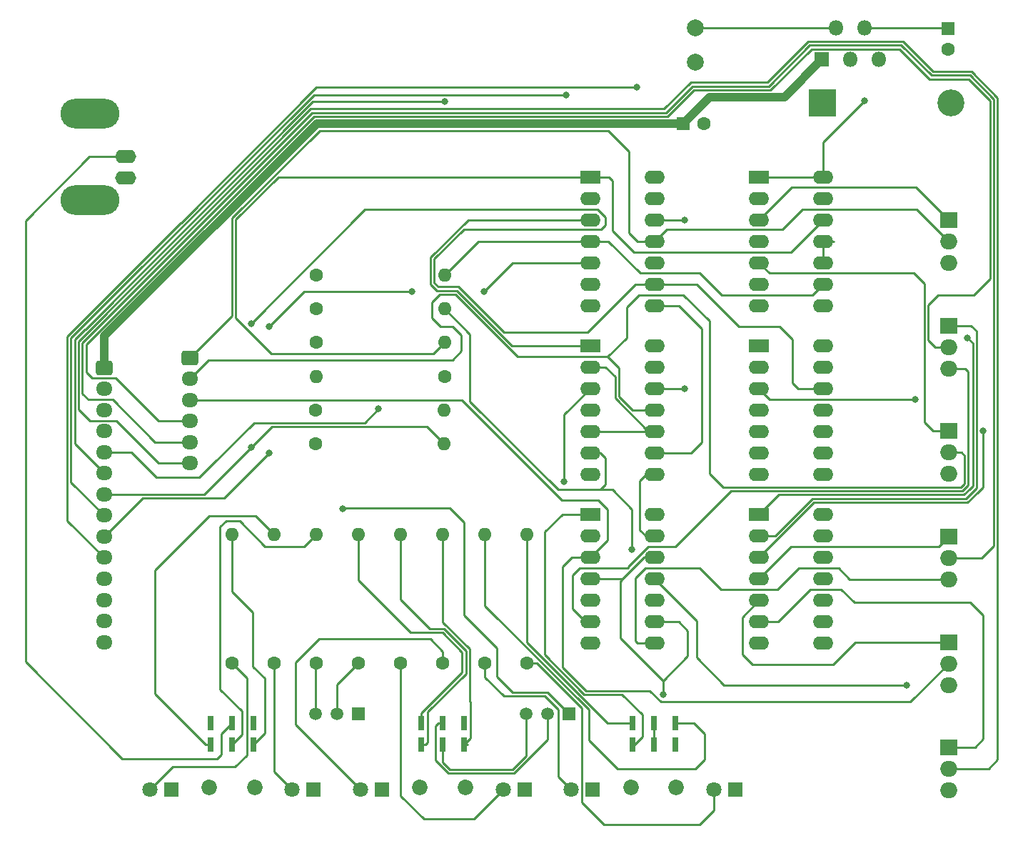
<source format=gbr>
%TF.GenerationSoftware,KiCad,Pcbnew,(6.0.4)*%
%TF.CreationDate,2023-06-02T21:12:55+02:00*%
%TF.ProjectId,Chrolis-LCR,4368726f-6c69-4732-9d4c-43522e6b6963,rev?*%
%TF.SameCoordinates,Original*%
%TF.FileFunction,Copper,L1,Top*%
%TF.FilePolarity,Positive*%
%FSLAX46Y46*%
G04 Gerber Fmt 4.6, Leading zero omitted, Abs format (unit mm)*
G04 Created by KiCad (PCBNEW (6.0.4)) date 2023-06-02 21:12:55*
%MOMM*%
%LPD*%
G01*
G04 APERTURE LIST*
G04 Aperture macros list*
%AMRoundRect*
0 Rectangle with rounded corners*
0 $1 Rounding radius*
0 $2 $3 $4 $5 $6 $7 $8 $9 X,Y pos of 4 corners*
0 Add a 4 corners polygon primitive as box body*
4,1,4,$2,$3,$4,$5,$6,$7,$8,$9,$2,$3,0*
0 Add four circle primitives for the rounded corners*
1,1,$1+$1,$2,$3*
1,1,$1+$1,$4,$5*
1,1,$1+$1,$6,$7*
1,1,$1+$1,$8,$9*
0 Add four rect primitives between the rounded corners*
20,1,$1+$1,$2,$3,$4,$5,0*
20,1,$1+$1,$4,$5,$6,$7,0*
20,1,$1+$1,$6,$7,$8,$9,0*
20,1,$1+$1,$8,$9,$2,$3,0*%
G04 Aperture macros list end*
%TA.AperFunction,ComponentPad*%
%ADD10R,3.200000X3.200000*%
%TD*%
%TA.AperFunction,ComponentPad*%
%ADD11O,3.200000X3.200000*%
%TD*%
%TA.AperFunction,ComponentPad*%
%ADD12R,2.000000X1.905000*%
%TD*%
%TA.AperFunction,ComponentPad*%
%ADD13O,2.000000X1.905000*%
%TD*%
%TA.AperFunction,ComponentPad*%
%ADD14R,2.400000X1.600000*%
%TD*%
%TA.AperFunction,ComponentPad*%
%ADD15O,2.400000X1.600000*%
%TD*%
%TA.AperFunction,ComponentPad*%
%ADD16C,1.600000*%
%TD*%
%TA.AperFunction,ComponentPad*%
%ADD17O,1.600000X1.600000*%
%TD*%
%TA.AperFunction,ComponentPad*%
%ADD18R,1.800000X1.800000*%
%TD*%
%TA.AperFunction,ComponentPad*%
%ADD19C,1.800000*%
%TD*%
%TA.AperFunction,ComponentPad*%
%ADD20R,1.600000X1.600000*%
%TD*%
%TA.AperFunction,ComponentPad*%
%ADD21R,1.500000X1.500000*%
%TD*%
%TA.AperFunction,ComponentPad*%
%ADD22C,1.500000*%
%TD*%
%TA.AperFunction,ComponentPad*%
%ADD23C,1.850000*%
%TD*%
%TA.AperFunction,ComponentPad*%
%ADD24R,0.750000X1.750000*%
%TD*%
%TA.AperFunction,ComponentPad*%
%ADD25RoundRect,0.250000X-0.725000X0.600000X-0.725000X-0.600000X0.725000X-0.600000X0.725000X0.600000X0*%
%TD*%
%TA.AperFunction,ComponentPad*%
%ADD26O,1.950000X1.700000*%
%TD*%
%TA.AperFunction,ComponentPad*%
%ADD27O,2.499360X1.600200*%
%TD*%
%TA.AperFunction,ComponentPad*%
%ADD28O,7.000240X3.500120*%
%TD*%
%TA.AperFunction,ComponentPad*%
%ADD29O,1.800000X1.800000*%
%TD*%
%TA.AperFunction,ComponentPad*%
%ADD30C,2.000000*%
%TD*%
%TA.AperFunction,ViaPad*%
%ADD31C,0.800000*%
%TD*%
%TA.AperFunction,Conductor*%
%ADD32C,0.250000*%
%TD*%
%TA.AperFunction,Conductor*%
%ADD33C,1.000000*%
%TD*%
G04 APERTURE END LIST*
D10*
%TO.P,D7,1,K*%
%TO.N,Net-(D7-Pad1)*%
X139800000Y-53950000D03*
D11*
%TO.P,D7,2,A*%
%TO.N,GNDREF*%
X155040000Y-53950000D03*
%TD*%
D12*
%TO.P,Q7,1,G*%
%TO.N,Net-(Q7-Pad1)*%
X154800000Y-130350000D03*
D13*
%TO.P,Q7,2,D*%
%TO.N,LED6 Input*%
X154800000Y-132890000D03*
%TO.P,Q7,3,S*%
%TO.N,6LED{slash}LED3 Input*%
X154800000Y-135430000D03*
%TD*%
D12*
%TO.P,Q6,1,G*%
%TO.N,Latch LED3*%
X154800000Y-117850000D03*
D13*
%TO.P,Q6,2,D*%
%TO.N,LED3 Input*%
X154800000Y-120390000D03*
%TO.P,Q6,3,S*%
%TO.N,6LED{slash}LED3 Input*%
X154800000Y-122930000D03*
%TD*%
D12*
%TO.P,Q5,1,G*%
%TO.N,Net-(Q5-Pad1)*%
X154800000Y-105350000D03*
D13*
%TO.P,Q5,2,D*%
%TO.N,LED5 Input*%
X154800000Y-107890000D03*
%TO.P,Q5,3,S*%
%TO.N,6LED{slash}LED2 Input*%
X154800000Y-110430000D03*
%TD*%
D12*
%TO.P,Q4,1,G*%
%TO.N,Latch LED2*%
X154800000Y-92850000D03*
D13*
%TO.P,Q4,2,D*%
%TO.N,LED2 Input*%
X154800000Y-95390000D03*
%TO.P,Q4,3,S*%
%TO.N,6LED{slash}LED2 Input*%
X154800000Y-97930000D03*
%TD*%
D12*
%TO.P,Q3,1,G*%
%TO.N,Net-(Q3-Pad1)*%
X154800000Y-80350000D03*
D13*
%TO.P,Q3,2,D*%
%TO.N,LED4 Input*%
X154800000Y-82890000D03*
%TO.P,Q3,3,S*%
%TO.N,6LED{slash}LED1 Input*%
X154800000Y-85430000D03*
%TD*%
D12*
%TO.P,Q2,1,G*%
%TO.N,Latch LED1*%
X154800000Y-67850000D03*
D13*
%TO.P,Q2,2,D*%
%TO.N,LED1 Input*%
X154800000Y-70390000D03*
%TO.P,Q2,3,S*%
%TO.N,6LED{slash}LED1 Input*%
X154800000Y-72930000D03*
%TD*%
D14*
%TO.P,U6,1,J*%
%TO.N,5V*%
X132300000Y-82730000D03*
D15*
%TO.P,U6,2,~{Q}*%
%TO.N,unconnected-(U6-Pad2)*%
X132300000Y-85270000D03*
%TO.P,U6,3,Q*%
%TO.N,Latch LED3*%
X132300000Y-87810000D03*
%TO.P,U6,4,K*%
%TO.N,5V*%
X132300000Y-90350000D03*
%TO.P,U6,5,Q*%
%TO.N,unconnected-(U6-Pad5)*%
X132300000Y-92890000D03*
%TO.P,U6,6,~{Q}*%
%TO.N,unconnected-(U6-Pad6)*%
X132300000Y-95430000D03*
%TO.P,U6,7,GND*%
%TO.N,GNDREF*%
X132300000Y-97970000D03*
%TO.P,U6,8,J*%
%TO.N,unconnected-(U6-Pad8)*%
X139920000Y-97970000D03*
%TO.P,U6,9,C*%
%TO.N,unconnected-(U6-Pad9)*%
X139920000Y-95430000D03*
%TO.P,U6,10,~{R}*%
%TO.N,unconnected-(U6-Pad10)*%
X139920000Y-92890000D03*
%TO.P,U6,11,K*%
%TO.N,unconnected-(U6-Pad11)*%
X139920000Y-90350000D03*
%TO.P,U6,12,C*%
%TO.N,LED3 enable*%
X139920000Y-87810000D03*
%TO.P,U6,13,~{R}*%
%TO.N,5V*%
X139920000Y-85270000D03*
%TO.P,U6,14,VCC*%
X139920000Y-82730000D03*
%TD*%
D14*
%TO.P,U5,1,J*%
%TO.N,5V*%
X132300000Y-62730000D03*
D15*
%TO.P,U5,2,~{Q}*%
%TO.N,unconnected-(U5-Pad2)*%
X132300000Y-65270000D03*
%TO.P,U5,3,Q*%
%TO.N,Latch LED1*%
X132300000Y-67810000D03*
%TO.P,U5,4,K*%
%TO.N,5V*%
X132300000Y-70350000D03*
%TO.P,U5,5,Q*%
%TO.N,Latch LED2*%
X132300000Y-72890000D03*
%TO.P,U5,6,~{Q}*%
%TO.N,unconnected-(U5-Pad6)*%
X132300000Y-75430000D03*
%TO.P,U5,7,GND*%
%TO.N,GNDREF*%
X132300000Y-77970000D03*
%TO.P,U5,8,J*%
%TO.N,5V*%
X139920000Y-77970000D03*
%TO.P,U5,9,C*%
%TO.N,LED2 enable*%
X139920000Y-75430000D03*
%TO.P,U5,10,~{R}*%
%TO.N,5V*%
X139920000Y-72890000D03*
%TO.P,U5,11,K*%
X139920000Y-70350000D03*
%TO.P,U5,12,C*%
%TO.N,LED1 enable*%
X139920000Y-67810000D03*
%TO.P,U5,13,~{R}*%
%TO.N,5V*%
X139920000Y-65270000D03*
%TO.P,U5,14,VCC*%
X139920000Y-62730000D03*
%TD*%
D16*
%TO.P,R13,1*%
%TO.N,5V*%
X79780000Y-78350000D03*
D17*
%TO.P,R13,2*%
%TO.N,Net-(U2-Pad6)*%
X95020000Y-78350000D03*
%TD*%
D16*
%TO.P,R4,1*%
%TO.N,Net-(Q1-Pad2)*%
X84800000Y-120350000D03*
D17*
%TO.P,R4,2*%
%TO.N,Net-(R4-Pad2)*%
X84800000Y-105110000D03*
%TD*%
D14*
%TO.P,U3,1*%
%TO.N,3LED switch*%
X112300000Y-102730000D03*
D15*
%TO.P,U3,2*%
%TO.N,LED3 blanked*%
X112300000Y-105270000D03*
%TO.P,U3,3*%
%TO.N,LED3 Input*%
X112300000Y-107810000D03*
%TO.P,U3,4*%
%TO.N,6LED switch*%
X112300000Y-110350000D03*
%TO.P,U3,5*%
%TO.N,LED1 blanked*%
X112300000Y-112890000D03*
%TO.P,U3,6*%
%TO.N,6LED{slash}LED1 Input*%
X112300000Y-115430000D03*
%TO.P,U3,7,GND*%
%TO.N,GNDREF*%
X112300000Y-117970000D03*
%TO.P,U3,8*%
%TO.N,6LED{slash}LED2 Input*%
X119920000Y-117970000D03*
%TO.P,U3,9*%
%TO.N,6LED switch*%
X119920000Y-115430000D03*
%TO.P,U3,10*%
%TO.N,LED2 blanked*%
X119920000Y-112890000D03*
%TO.P,U3,11*%
%TO.N,6LED{slash}LED3 Input*%
X119920000Y-110350000D03*
%TO.P,U3,12*%
%TO.N,6LED switch*%
X119920000Y-107810000D03*
%TO.P,U3,13*%
%TO.N,LED3 blanked*%
X119920000Y-105270000D03*
%TO.P,U3,14,VCC*%
%TO.N,5V*%
X119920000Y-102730000D03*
%TD*%
D18*
%TO.P,D6,1,K*%
%TO.N,GNDREF*%
X129475000Y-135350000D03*
D19*
%TO.P,D6,2,A*%
%TO.N,Net-(D6-Pad2)*%
X126935000Y-135350000D03*
%TD*%
D16*
%TO.P,R3,1*%
%TO.N,Blanking*%
X79800000Y-120350000D03*
D17*
%TO.P,R3,2*%
%TO.N,5V*%
X79800000Y-105110000D03*
%TD*%
D16*
%TO.P,R10,1*%
%TO.N,Net-(U1-Pad6)*%
X95000000Y-86350000D03*
D17*
%TO.P,R10,2*%
%TO.N,5V*%
X79760000Y-86350000D03*
%TD*%
D14*
%TO.P,U2,1*%
%TO.N,Net-(U1-Pad3)*%
X112300000Y-82730000D03*
D15*
%TO.P,U2,2*%
%TO.N,Blanking*%
X112300000Y-85270000D03*
%TO.P,U2,3*%
%TO.N,LED1 blanked*%
X112300000Y-87810000D03*
%TO.P,U2,4*%
%TO.N,Net-(U1-Pad6)*%
X112300000Y-90350000D03*
%TO.P,U2,5*%
%TO.N,Blanking*%
X112300000Y-92890000D03*
%TO.P,U2,6*%
%TO.N,LED2 blanked*%
X112300000Y-95430000D03*
%TO.P,U2,7,GND*%
%TO.N,GNDREF*%
X112300000Y-97970000D03*
%TO.P,U2,8*%
%TO.N,LED3 blanked*%
X119920000Y-97970000D03*
%TO.P,U2,9*%
%TO.N,Net-(U1-Pad8)*%
X119920000Y-95430000D03*
%TO.P,U2,10*%
%TO.N,Blanking*%
X119920000Y-92890000D03*
%TO.P,U2,11*%
%TO.N,LED2 Input*%
X119920000Y-90350000D03*
%TO.P,U2,12*%
%TO.N,3LED switch*%
X119920000Y-87810000D03*
%TO.P,U2,13*%
%TO.N,LED2 blanked*%
X119920000Y-85270000D03*
%TO.P,U2,14,VCC*%
%TO.N,5V*%
X119920000Y-82730000D03*
%TD*%
D20*
%TO.P,C2,1*%
%TO.N,12V*%
X123300000Y-56400000D03*
D16*
%TO.P,C2,2*%
%TO.N,GNDREF*%
X125800000Y-56400000D03*
%TD*%
D18*
%TO.P,D1,1,K*%
%TO.N,GNDREF*%
X62600000Y-135350000D03*
D19*
%TO.P,D1,2,A*%
%TO.N,Net-(D1-Pad2)*%
X60060000Y-135350000D03*
%TD*%
D16*
%TO.P,R9,1*%
%TO.N,5V*%
X79780000Y-82350000D03*
D17*
%TO.P,R9,2*%
%TO.N,LED1 enable*%
X95020000Y-82350000D03*
%TD*%
D16*
%TO.P,R1,1*%
%TO.N,Net-(D1-Pad2)*%
X69800000Y-120350000D03*
D17*
%TO.P,R1,2*%
%TO.N,Net-(R1-Pad2)*%
X69800000Y-105110000D03*
%TD*%
D21*
%TO.P,Q0,1,E*%
%TO.N,5V*%
X109800000Y-126350000D03*
D22*
%TO.P,Q0,2,B*%
%TO.N,Net-(Q0-Pad2)*%
X107260000Y-126350000D03*
%TO.P,Q0,3,C*%
%TO.N,Net-(Q0-Pad3)*%
X104720000Y-126350000D03*
%TD*%
D16*
%TO.P,R8,1*%
%TO.N,Net-(D6-Pad2)*%
X104800000Y-120350000D03*
D17*
%TO.P,R8,2*%
%TO.N,Net-(R8-Pad2)*%
X104800000Y-105110000D03*
%TD*%
D16*
%TO.P,R5,1*%
%TO.N,Net-(D3-Pad2)*%
X89800000Y-120350000D03*
D17*
%TO.P,R5,2*%
%TO.N,Net-(R5-Pad2)*%
X89800000Y-105110000D03*
%TD*%
D23*
%TO.P,SW1,*%
%TO.N,*%
X67100000Y-135050000D03*
X72500000Y-135050000D03*
D24*
%TO.P,SW1,1,A*%
%TO.N,unconnected-(SW1-Pad1)*%
X67260000Y-127430000D03*
%TO.P,SW1,2,B*%
%TO.N,Net-(J1-Pad1)*%
X69800000Y-127430000D03*
%TO.P,SW1,3,C*%
%TO.N,Net-(Q0-Pad2)*%
X72340000Y-127430000D03*
%TO.P,SW1,4,A*%
%TO.N,Net-(R2-Pad2)*%
X67260000Y-129970000D03*
%TO.P,SW1,5,B*%
%TO.N,5V*%
X69800000Y-129970000D03*
%TO.P,SW1,6,C*%
%TO.N,Net-(R1-Pad2)*%
X72340000Y-129970000D03*
%TD*%
D16*
%TO.P,R12,1*%
%TO.N,5V*%
X79780000Y-74350000D03*
D17*
%TO.P,R12,2*%
%TO.N,LED2 enable*%
X95020000Y-74350000D03*
%TD*%
D20*
%TO.P,C1,1*%
%TO.N,5V*%
X154750000Y-45117621D03*
D16*
%TO.P,C1,2*%
%TO.N,GNDREF*%
X154750000Y-47617621D03*
%TD*%
%TO.P,R15,1*%
%TO.N,5V*%
X79730000Y-94350000D03*
D17*
%TO.P,R15,2*%
%TO.N,LED3 enable*%
X94970000Y-94350000D03*
%TD*%
D18*
%TO.P,D3,1,K*%
%TO.N,GNDREF*%
X104475000Y-135350000D03*
D19*
%TO.P,D3,2,A*%
%TO.N,Net-(D3-Pad2)*%
X101935000Y-135350000D03*
%TD*%
D18*
%TO.P,D5,1,K*%
%TO.N,GNDREF*%
X112600000Y-135350000D03*
D19*
%TO.P,D5,2,A*%
%TO.N,Net-(D5-Pad2)*%
X110060000Y-135350000D03*
%TD*%
D25*
%TO.P,J2,1,Pin_1*%
%TO.N,12V*%
X54650000Y-85350000D03*
D26*
%TO.P,J2,2,Pin_2*%
%TO.N,unconnected-(J2-Pad2)*%
X54650000Y-87850000D03*
%TO.P,J2,3,Pin_3*%
%TO.N,unconnected-(J2-Pad3)*%
X54650000Y-90350000D03*
%TO.P,J2,4,Pin_4*%
%TO.N,unconnected-(J2-Pad4)*%
X54650000Y-92850000D03*
%TO.P,J2,5,Pin_5*%
%TO.N,LED1 enable*%
X54650000Y-95350000D03*
%TO.P,J2,6,Pin_6*%
%TO.N,LED2 enable*%
X54650000Y-97850000D03*
%TO.P,J2,7,Pin_7*%
%TO.N,LED3 enable*%
X54650000Y-100350000D03*
%TO.P,J2,8,Pin_8*%
%TO.N,LED1 PWM*%
X54650000Y-102850000D03*
%TO.P,J2,9,Pin_9*%
%TO.N,LED2 PWM*%
X54650000Y-105350000D03*
%TO.P,J2,10,Pin_10*%
%TO.N,LED3 PWM*%
X54650000Y-107850000D03*
%TO.P,J2,11,Pin_11*%
%TO.N,unconnected-(J2-Pad11)*%
X54650000Y-110350000D03*
%TO.P,J2,12,Pin_12*%
%TO.N,GNDREF*%
X54650000Y-112850000D03*
%TO.P,J2,13,Pin_13*%
X54650000Y-115350000D03*
%TO.P,J2,14,Pin_14*%
X54650000Y-117850000D03*
%TD*%
D23*
%TO.P,SW3,*%
%TO.N,*%
X122500000Y-135050000D03*
X117100000Y-135050000D03*
D24*
%TO.P,SW3,1,A*%
%TO.N,Net-(R8-Pad2)*%
X117260000Y-127430000D03*
%TO.P,SW3,2,B*%
%TO.N,5V*%
X119800000Y-127430000D03*
%TO.P,SW3,3,C*%
%TO.N,Net-(R7-Pad2)*%
X122340000Y-127430000D03*
%TO.P,SW3,4,A*%
%TO.N,3LED switch*%
X117260000Y-129970000D03*
%TO.P,SW3,5,B*%
%TO.N,5V*%
X119800000Y-129970000D03*
%TO.P,SW3,6,C*%
%TO.N,6LED switch*%
X122340000Y-129970000D03*
%TD*%
D14*
%TO.P,U1,1*%
%TO.N,LED1 enable*%
X112300000Y-62730000D03*
D15*
%TO.P,U1,2*%
%TO.N,LED1 PWM*%
X112300000Y-65270000D03*
%TO.P,U1,3*%
%TO.N,Net-(U1-Pad3)*%
X112300000Y-67810000D03*
%TO.P,U1,4*%
%TO.N,LED2 enable*%
X112300000Y-70350000D03*
%TO.P,U1,5*%
%TO.N,LED2 PWM*%
X112300000Y-72890000D03*
%TO.P,U1,6*%
%TO.N,Net-(U1-Pad6)*%
X112300000Y-75430000D03*
%TO.P,U1,7,GND*%
%TO.N,GNDREF*%
X112300000Y-77970000D03*
%TO.P,U1,8*%
%TO.N,Net-(U1-Pad8)*%
X119920000Y-77970000D03*
%TO.P,U1,9*%
%TO.N,LED3 enable*%
X119920000Y-75430000D03*
%TO.P,U1,10*%
%TO.N,LED3 PWM*%
X119920000Y-72890000D03*
%TO.P,U1,11*%
%TO.N,LED1 Input*%
X119920000Y-70350000D03*
%TO.P,U1,12*%
%TO.N,3LED switch*%
X119920000Y-67810000D03*
%TO.P,U1,13*%
%TO.N,LED1 blanked*%
X119920000Y-65270000D03*
%TO.P,U1,14,VCC*%
%TO.N,5V*%
X119920000Y-62730000D03*
%TD*%
D25*
%TO.P,J3,1,Pin_1*%
%TO.N,LED1 Input*%
X64800000Y-84150000D03*
D26*
%TO.P,J3,2,Pin_2*%
%TO.N,LED2 Input*%
X64800000Y-86650000D03*
%TO.P,J3,3,Pin_3*%
%TO.N,LED3 Input*%
X64800000Y-89150000D03*
%TO.P,J3,4,Pin_4*%
%TO.N,LED4 Input*%
X64800000Y-91650000D03*
%TO.P,J3,5,Pin_5*%
%TO.N,LED5 Input*%
X64800000Y-94150000D03*
%TO.P,J3,6,Pin_6*%
%TO.N,LED6 Input*%
X64800000Y-96650000D03*
%TD*%
D21*
%TO.P,Q1,1,E*%
%TO.N,GNDREF*%
X84800000Y-126350000D03*
D22*
%TO.P,Q1,2,B*%
%TO.N,Net-(Q1-Pad2)*%
X82260000Y-126350000D03*
%TO.P,Q1,3,C*%
%TO.N,Blanking*%
X79720000Y-126350000D03*
%TD*%
D16*
%TO.P,R16,1*%
%TO.N,5V*%
X79750000Y-90350000D03*
D17*
%TO.P,R16,2*%
%TO.N,Net-(U3-Pad6)*%
X94990000Y-90350000D03*
%TD*%
D27*
%TO.P,J1,1,In*%
%TO.N,Net-(J1-Pad1)*%
X57201260Y-60350000D03*
D28*
%TO.P,J1,2,Ext*%
%TO.N,GNDREF*%
X52936600Y-55249680D03*
D27*
X57201260Y-62849360D03*
D28*
X52936600Y-65447780D03*
%TD*%
D18*
%TO.P,U0,1,VIN*%
%TO.N,12V*%
X139750000Y-48800000D03*
D29*
%TO.P,U0,2,OUT*%
%TO.N,Net-(D7-Pad1)*%
X141450000Y-45100000D03*
%TO.P,U0,3,GND*%
%TO.N,GNDREF*%
X143150000Y-48800000D03*
%TO.P,U0,4,FB*%
%TO.N,5V*%
X144850000Y-45100000D03*
%TO.P,U0,5,~{ON}/OFF*%
%TO.N,GNDREF*%
X146550000Y-48800000D03*
%TD*%
D16*
%TO.P,R7,1*%
%TO.N,Net-(D5-Pad2)*%
X99800000Y-120350000D03*
D17*
%TO.P,R7,2*%
%TO.N,Net-(R7-Pad2)*%
X99800000Y-105110000D03*
%TD*%
D16*
%TO.P,R2,1*%
%TO.N,Net-(D2-Pad2)*%
X74800000Y-120350000D03*
D17*
%TO.P,R2,2*%
%TO.N,Net-(R2-Pad2)*%
X74800000Y-105110000D03*
%TD*%
D18*
%TO.P,D2,1,K*%
%TO.N,GNDREF*%
X79475000Y-135350000D03*
D19*
%TO.P,D2,2,A*%
%TO.N,Net-(D2-Pad2)*%
X76935000Y-135350000D03*
%TD*%
D16*
%TO.P,R6,1*%
%TO.N,Net-(D4-Pad2)*%
X94800000Y-120350000D03*
D17*
%TO.P,R6,2*%
%TO.N,Net-(R6-Pad2)*%
X94800000Y-105110000D03*
%TD*%
D18*
%TO.P,D4,1,K*%
%TO.N,GNDREF*%
X87600000Y-135350000D03*
D19*
%TO.P,D4,2,A*%
%TO.N,Net-(D4-Pad2)*%
X85060000Y-135350000D03*
%TD*%
D30*
%TO.P,L1,1,1*%
%TO.N,Net-(D7-Pad1)*%
X124750000Y-45100000D03*
%TO.P,L1,2,2*%
%TO.N,5V*%
X124750000Y-49100000D03*
%TD*%
D14*
%TO.P,U4,1*%
%TO.N,Latch LED1*%
X132300000Y-102730000D03*
D15*
%TO.P,U4,2*%
%TO.N,Net-(Q3-Pad1)*%
X132300000Y-105270000D03*
%TO.P,U4,3*%
%TO.N,Latch LED2*%
X132300000Y-107810000D03*
%TO.P,U4,4*%
%TO.N,Net-(Q5-Pad1)*%
X132300000Y-110350000D03*
%TO.P,U4,5*%
%TO.N,Latch LED3*%
X132300000Y-112890000D03*
%TO.P,U4,6*%
%TO.N,Net-(Q7-Pad1)*%
X132300000Y-115430000D03*
%TO.P,U4,7,GND*%
%TO.N,GNDREF*%
X132300000Y-117970000D03*
%TO.P,U4,8*%
%TO.N,unconnected-(U4-Pad8)*%
X139920000Y-117970000D03*
%TO.P,U4,9*%
%TO.N,unconnected-(U4-Pad9)*%
X139920000Y-115430000D03*
%TO.P,U4,10*%
%TO.N,unconnected-(U4-Pad10)*%
X139920000Y-112890000D03*
%TO.P,U4,11*%
%TO.N,unconnected-(U4-Pad11)*%
X139920000Y-110350000D03*
%TO.P,U4,12*%
%TO.N,unconnected-(U4-Pad12)*%
X139920000Y-107810000D03*
%TO.P,U4,13*%
%TO.N,unconnected-(U4-Pad13)*%
X139920000Y-105270000D03*
%TO.P,U4,14,VCC*%
%TO.N,5V*%
X139920000Y-102730000D03*
%TD*%
D23*
%TO.P,SW2,*%
%TO.N,*%
X97500000Y-135050000D03*
X92100000Y-135050000D03*
D24*
%TO.P,SW2,1,A*%
%TO.N,Net-(R4-Pad2)*%
X92260000Y-127430000D03*
%TO.P,SW2,2,B*%
%TO.N,Net-(Q0-Pad2)*%
X94800000Y-127430000D03*
%TO.P,SW2,3,C*%
%TO.N,Blanking*%
X97340000Y-127430000D03*
%TO.P,SW2,4,A*%
%TO.N,Net-(R5-Pad2)*%
X92260000Y-129970000D03*
%TO.P,SW2,5,B*%
%TO.N,Net-(Q0-Pad3)*%
X94800000Y-129970000D03*
%TO.P,SW2,6,C*%
%TO.N,Net-(R6-Pad2)*%
X97340000Y-129970000D03*
%TD*%
D31*
%TO.N,6LED switch*%
X120950000Y-124100000D03*
%TO.N,3LED switch*%
X123440000Y-87790000D03*
X123440000Y-67810000D03*
%TO.N,Latch LED3*%
X150800000Y-89100000D03*
%TO.N,Latch LED1*%
X157050000Y-81800000D03*
%TO.N,6LED{slash}LED3 Input*%
X149780000Y-122930000D03*
%TO.N,Latch LED2*%
X158850000Y-92850000D03*
%TO.N,5V*%
X144850000Y-53700000D03*
X82900000Y-102010000D03*
%TO.N,LED1 enable*%
X87200000Y-90170000D03*
%TO.N,LED2 enable*%
X95020000Y-53820000D03*
%TO.N,LED3 enable*%
X72075000Y-94775000D03*
X72050000Y-80100000D03*
%TO.N,LED1 PWM*%
X109450000Y-53000000D03*
%TO.N,LED2 PWM*%
X91150000Y-76300000D03*
X74200000Y-80450000D03*
X74200000Y-95450000D03*
X99650000Y-76300000D03*
%TO.N,LED3 PWM*%
X117800000Y-52100000D03*
%TO.N,LED1 blanked*%
X109200000Y-98850000D03*
%TO.N,LED2 blanked*%
X117250000Y-106850000D03*
%TD*%
D32*
%TO.N,LED2 Input*%
X115699520Y-85399520D02*
X115025000Y-84725000D01*
X115699520Y-88749520D02*
X115699520Y-85399520D01*
X117300000Y-90350000D02*
X115699520Y-88749520D01*
X119920000Y-90350000D02*
X117300000Y-90350000D01*
%TO.N,Net-(R6-Pad2)*%
X98039511Y-129270489D02*
X97340000Y-129970000D01*
X98039511Y-124912409D02*
X98039511Y-129270489D01*
X97999040Y-124871938D02*
X98039511Y-124912409D01*
%TO.N,5V*%
X103050480Y-123800480D02*
X101175000Y-121925000D01*
X104950480Y-123800480D02*
X103050480Y-123800480D01*
X97300000Y-114650000D02*
X101175000Y-118525000D01*
X104950480Y-123800480D02*
X107250480Y-123800480D01*
X104450480Y-123800480D02*
X104950480Y-123800480D01*
X101175000Y-121925000D02*
X101175000Y-118525000D01*
%TO.N,Net-(D6-Pad2)*%
X105949022Y-120350000D02*
X104800000Y-120350000D01*
X111284511Y-125685489D02*
X105949022Y-120350000D01*
X113900000Y-139500000D02*
X111284511Y-136884511D01*
X111284511Y-136884511D02*
X111284511Y-125685489D01*
X125250000Y-139500000D02*
X113900000Y-139500000D01*
X126935000Y-135350000D02*
X126935000Y-137815000D01*
X126935000Y-137815000D02*
X125250000Y-139500000D01*
%TO.N,LED3 Input*%
X111771916Y-123600480D02*
X109000000Y-120828564D01*
X120650000Y-124950000D02*
X119300480Y-123600480D01*
X119300480Y-123600480D02*
X111771916Y-123600480D01*
X150240000Y-124950000D02*
X120650000Y-124950000D01*
X110090000Y-107810000D02*
X112300000Y-107810000D01*
X154800000Y-120390000D02*
X150240000Y-124950000D01*
X109000000Y-120828564D02*
X109000000Y-108900000D01*
X109000000Y-108900000D02*
X110090000Y-107810000D01*
%TO.N,6LED switch*%
X120950000Y-124100000D02*
X120950000Y-122450000D01*
%TO.N,Net-(Q7-Pad1)*%
X157900000Y-130350000D02*
X154800000Y-130350000D01*
X157350000Y-113150000D02*
X158900000Y-114700000D01*
X143600000Y-113150000D02*
X157350000Y-113150000D01*
X138400000Y-111600000D02*
X142050000Y-111600000D01*
X134570000Y-115430000D02*
X138400000Y-111600000D01*
X158900000Y-114700000D02*
X158900000Y-129350000D01*
X158900000Y-129350000D02*
X157900000Y-130350000D01*
X142050000Y-111600000D02*
X143600000Y-113150000D01*
X132300000Y-115430000D02*
X134570000Y-115430000D01*
%TO.N,3LED switch*%
X123420000Y-87810000D02*
X123440000Y-87790000D01*
X119920000Y-87810000D02*
X123420000Y-87810000D01*
%TO.N,Net-(U1-Pad8)*%
X122770000Y-77970000D02*
X119920000Y-77970000D01*
X124280000Y-95430000D02*
X125500000Y-94210000D01*
X125500000Y-94210000D02*
X125500000Y-80700000D01*
X119920000Y-95430000D02*
X124280000Y-95430000D01*
X125500000Y-80700000D02*
X122770000Y-77970000D01*
%TO.N,3LED switch*%
X119920000Y-67810000D02*
X123440000Y-67810000D01*
%TO.N,LED2 Input*%
X126450000Y-79800000D02*
X126450000Y-92550000D01*
X123350000Y-76700000D02*
X126450000Y-79800000D01*
X116600000Y-78200000D02*
X118100000Y-76700000D01*
X118100000Y-76700000D02*
X123350000Y-76700000D01*
X114350000Y-84050000D02*
X116600000Y-81800000D01*
X116600000Y-81800000D02*
X116600000Y-78200000D01*
X126450000Y-92550000D02*
X126450000Y-97900000D01*
X126450000Y-92350000D02*
X126450000Y-92550000D01*
%TO.N,Latch LED3*%
X133590000Y-89100000D02*
X150800000Y-89100000D01*
X133245000Y-88755000D02*
X133590000Y-89100000D01*
X133245000Y-88755000D02*
X133424520Y-88934520D01*
X132300000Y-87810000D02*
X133245000Y-88755000D01*
%TO.N,Latch LED2*%
X152950000Y-92850000D02*
X154800000Y-92850000D01*
X151900480Y-91800480D02*
X152950000Y-92850000D01*
X151900480Y-75400480D02*
X151900480Y-91800480D01*
X150645000Y-74145000D02*
X151900480Y-75400480D01*
X133555000Y-74145000D02*
X150645000Y-74145000D01*
X132300000Y-72890000D02*
X133555000Y-74145000D01*
%TO.N,LED2 Input*%
X156290000Y-95390000D02*
X154800000Y-95390000D01*
X156675480Y-95775480D02*
X156290000Y-95390000D01*
X156675480Y-99053084D02*
X156675480Y-95775480D01*
X156228084Y-99500480D02*
X156675480Y-99053084D01*
X128050480Y-99500480D02*
X156228084Y-99500480D01*
X126450000Y-97900000D02*
X128050480Y-99500480D01*
%TO.N,Latch LED1*%
X157650480Y-82400480D02*
X157050000Y-81800000D01*
X157650480Y-99349520D02*
X157650480Y-82400480D01*
X157350000Y-99650000D02*
X157650480Y-99349520D01*
X157350000Y-99650000D02*
X156600000Y-100400000D01*
%TO.N,6LED{slash}LED1 Input*%
X110200000Y-113900000D02*
X111730000Y-115430000D01*
X110200000Y-109900000D02*
X110200000Y-113900000D01*
X116800000Y-109050000D02*
X111050000Y-109050000D01*
X111730000Y-115430000D02*
X112300000Y-115430000D01*
X116800000Y-108939689D02*
X116800000Y-109050000D01*
X119189689Y-106550000D02*
X116800000Y-108939689D01*
X122350000Y-106550000D02*
X119189689Y-106550000D01*
X156414282Y-99950000D02*
X128950000Y-99950000D01*
X128950000Y-99950000D02*
X122350000Y-106550000D01*
X157125000Y-85775000D02*
X157125000Y-99239282D01*
X156780000Y-85430000D02*
X157125000Y-85775000D01*
X111050000Y-109050000D02*
X110200000Y-109900000D01*
X157125000Y-99239282D02*
X156414282Y-99950000D01*
X154800000Y-85430000D02*
X156780000Y-85430000D01*
%TO.N,Latch LED1*%
X134630000Y-100400000D02*
X132300000Y-102730000D01*
X156600000Y-100400000D02*
X134630000Y-100400000D01*
X157650480Y-99377106D02*
X157650480Y-99349520D01*
%TO.N,Net-(Q3-Pad1)*%
X134204282Y-105270000D02*
X132300000Y-105270000D01*
X138624763Y-100849520D02*
X134204282Y-105270000D01*
X156864762Y-100849520D02*
X138624763Y-100849520D01*
X158125489Y-99588793D02*
X156864762Y-100849520D01*
X158125489Y-86675489D02*
X158125489Y-99588793D01*
X157450000Y-80350000D02*
X158100000Y-81000000D01*
X158100000Y-81000000D02*
X158100000Y-86650000D01*
X154800000Y-80350000D02*
X157450000Y-80350000D01*
X158100000Y-86650000D02*
X158125489Y-86675489D01*
%TO.N,LED2 enable*%
X118200000Y-74150000D02*
X114400000Y-70350000D01*
X125300000Y-74150000D02*
X118200000Y-74150000D01*
X138600000Y-76750000D02*
X127900000Y-76750000D01*
X114400000Y-70350000D02*
X112300000Y-70350000D01*
X139920000Y-75430000D02*
X138600000Y-76750000D01*
X127900000Y-76750000D02*
X125300000Y-74150000D01*
%TO.N,Latch LED3*%
X143750000Y-117850000D02*
X154800000Y-117850000D01*
X141100000Y-120500000D02*
X143750000Y-117850000D01*
X131500000Y-120500000D02*
X141100000Y-120500000D01*
X130300000Y-119300000D02*
X131500000Y-120500000D01*
X130300000Y-114890000D02*
X130300000Y-119300000D01*
X132300000Y-112890000D02*
X130300000Y-114890000D01*
%TO.N,6LED{slash}LED3 Input*%
X128130000Y-122930000D02*
X124885000Y-119685000D01*
X124885000Y-115315000D02*
X119920000Y-110350000D01*
X149780000Y-122930000D02*
X128130000Y-122930000D01*
X124885000Y-119685000D02*
X124885000Y-115315000D01*
%TO.N,6LED{slash}LED2 Input*%
X143080000Y-110430000D02*
X154800000Y-110430000D01*
X141750000Y-109100000D02*
X143080000Y-110430000D01*
X137000000Y-109100000D02*
X141750000Y-109100000D01*
X127800000Y-111600000D02*
X134500000Y-111600000D01*
X134500000Y-111600000D02*
X137000000Y-109100000D01*
X125250000Y-109050000D02*
X127800000Y-111600000D01*
X117600000Y-110250000D02*
X118800000Y-109050000D01*
X118800000Y-109050000D02*
X125250000Y-109050000D01*
X117870000Y-117970000D02*
X117600000Y-117700000D01*
X117600000Y-117700000D02*
X117600000Y-110250000D01*
X119920000Y-117970000D02*
X117870000Y-117970000D01*
%TO.N,LED4 Input*%
X52500000Y-85850000D02*
X53174520Y-86524520D01*
X52500000Y-82582187D02*
X52500000Y-85850000D01*
X79506708Y-55575480D02*
X52500000Y-82582187D01*
X124574520Y-52425480D02*
X121424520Y-55575480D01*
X133675498Y-52425480D02*
X124574520Y-52425480D01*
X148975489Y-47575489D02*
X138525489Y-47575489D01*
X152550000Y-51150000D02*
X148975489Y-47575489D01*
X157150000Y-51150000D02*
X152550000Y-51150000D01*
X61100000Y-91650000D02*
X64800000Y-91650000D01*
X159700000Y-74800000D02*
X159700000Y-53700000D01*
X55974520Y-86524520D02*
X61100000Y-91650000D01*
X153500000Y-76750000D02*
X157750000Y-76750000D01*
X152350000Y-77900000D02*
X153500000Y-76750000D01*
X153210000Y-82890000D02*
X152350000Y-82030000D01*
X138525489Y-47575489D02*
X133675498Y-52425480D01*
X152350000Y-82030000D02*
X152350000Y-77900000D01*
X121424520Y-55575480D02*
X79506708Y-55575480D01*
X154800000Y-82890000D02*
X153210000Y-82890000D01*
X157750000Y-76750000D02*
X159700000Y-74800000D01*
X159700000Y-53700000D02*
X157150000Y-51150000D01*
X53174520Y-86524520D02*
X55974520Y-86524520D01*
%TO.N,Latch LED2*%
X158850000Y-99500000D02*
X158850000Y-92850000D01*
X158250000Y-100100000D02*
X158850000Y-99500000D01*
X157050960Y-101299040D02*
X158250000Y-100100000D01*
X138810960Y-101299040D02*
X157050960Y-101299040D01*
X132300000Y-107810000D02*
X138810960Y-101299040D01*
X132300000Y-107810000D02*
X132390000Y-107810000D01*
%TO.N,5V*%
X141150000Y-70350000D02*
X139920000Y-70350000D01*
X139920000Y-70350000D02*
X139920000Y-72890000D01*
X132300000Y-62730000D02*
X139920000Y-62730000D01*
X139920000Y-58630000D02*
X139920000Y-62730000D01*
X144850000Y-53700000D02*
X139920000Y-58630000D01*
%TO.N,LED3 blanked*%
X118150000Y-104550000D02*
X118870000Y-105270000D01*
X118150000Y-98750000D02*
X118150000Y-104550000D01*
X118930000Y-97970000D02*
X118150000Y-98750000D01*
X118870000Y-105270000D02*
X119920000Y-105270000D01*
X119920000Y-97970000D02*
X118930000Y-97970000D01*
%TO.N,Net-(Q5-Pad1)*%
X153600000Y-106550000D02*
X154800000Y-105350000D01*
X132300000Y-110350000D02*
X136100000Y-106550000D01*
X136100000Y-106550000D02*
X153600000Y-106550000D01*
%TO.N,LED3 enable*%
X136910000Y-87810000D02*
X139920000Y-87810000D01*
X136250000Y-87150000D02*
X136910000Y-87810000D01*
X136250000Y-81950000D02*
X136250000Y-87150000D01*
X134750000Y-80450000D02*
X136250000Y-81950000D01*
X129950000Y-80450000D02*
X134750000Y-80450000D01*
X124930000Y-75430000D02*
X129950000Y-80450000D01*
X119920000Y-75430000D02*
X124930000Y-75430000D01*
%TO.N,LED6 Input*%
X159510000Y-132890000D02*
X154800000Y-132890000D01*
X160599040Y-131800960D02*
X159510000Y-132890000D01*
X160599040Y-53327605D02*
X160599040Y-131800960D01*
X157522396Y-50250960D02*
X160599040Y-53327605D01*
X152922395Y-50250960D02*
X157522396Y-50250960D01*
X149347884Y-46676449D02*
X152922395Y-50250960D01*
X133303102Y-51526440D02*
X138153095Y-46676449D01*
X138153095Y-46676449D02*
X149347884Y-46676449D01*
X124202126Y-51526440D02*
X133303102Y-51526440D01*
X121052124Y-54676440D02*
X124202126Y-51526440D01*
X79134314Y-54676440D02*
X121052124Y-54676440D01*
X51611232Y-82199520D02*
X79134314Y-54676440D01*
X51600480Y-82199520D02*
X51611232Y-82199520D01*
X51600480Y-90300480D02*
X51600480Y-82199520D01*
X52950000Y-91650000D02*
X51600480Y-90300480D01*
X56050000Y-91650000D02*
X52950000Y-91650000D01*
X61050000Y-96650000D02*
X56050000Y-91650000D01*
X64800000Y-96650000D02*
X61050000Y-96650000D01*
%TO.N,LED5 Input*%
X160149520Y-106450480D02*
X158710000Y-107890000D01*
X160149520Y-53513802D02*
X160149520Y-106450480D01*
X157336198Y-50700480D02*
X160149520Y-53513802D01*
X152736198Y-50700480D02*
X157336198Y-50700480D01*
X149161687Y-47125969D02*
X152736198Y-50700480D01*
X138339292Y-47125969D02*
X149161687Y-47125969D01*
X133489300Y-51975960D02*
X138339292Y-47125969D01*
X124388323Y-51975960D02*
X133489300Y-51975960D01*
X121238322Y-55125960D02*
X124388323Y-51975960D01*
X79320511Y-55125960D02*
X121238322Y-55125960D01*
X52050480Y-88399520D02*
X52050480Y-82395989D01*
X52050000Y-88400000D02*
X52050480Y-88399520D01*
X158710000Y-107890000D02*
X154800000Y-107890000D01*
X55650000Y-89100000D02*
X52750000Y-89100000D01*
X52050480Y-82395989D02*
X54323235Y-80123235D01*
X60700000Y-94150000D02*
X55650000Y-89100000D01*
X54323235Y-80123235D02*
X79320511Y-55125960D01*
X64800000Y-94150000D02*
X60700000Y-94150000D01*
X52750000Y-89100000D02*
X52050000Y-88400000D01*
%TO.N,LED1 enable*%
X136080000Y-71650000D02*
X139920000Y-67810000D01*
X117450000Y-71650000D02*
X136080000Y-71650000D01*
X114900000Y-69100000D02*
X117450000Y-71650000D01*
X114480000Y-62730000D02*
X114900000Y-63150000D01*
X112300000Y-62730000D02*
X114480000Y-62730000D01*
X114900000Y-63150000D02*
X114900000Y-69100000D01*
%TO.N,LED1 Input*%
X137450000Y-66600000D02*
X151010000Y-66600000D01*
X121335480Y-68934520D02*
X135115480Y-68934520D01*
X151010000Y-66600000D02*
X154800000Y-70390000D01*
X119920000Y-70350000D02*
X121335480Y-68934520D01*
X135115480Y-68934520D02*
X137450000Y-66600000D01*
%TO.N,Latch LED1*%
X150900000Y-63950000D02*
X154800000Y-67850000D01*
X136160000Y-63950000D02*
X150900000Y-63950000D01*
X132300000Y-67810000D02*
X136160000Y-63950000D01*
%TO.N,Net-(D7-Pad1)*%
X124750000Y-45100000D02*
X141450000Y-45100000D01*
%TO.N,5V*%
X70950000Y-128820000D02*
X70950000Y-126050000D01*
X144850000Y-45100000D02*
X154732379Y-45100000D01*
X154732379Y-45100000D02*
X154750000Y-45117621D01*
X82900000Y-102010000D02*
X83290300Y-102010000D01*
X73730000Y-106530000D02*
X78380000Y-106530000D01*
X79780000Y-86330000D02*
X79760000Y-86350000D01*
X79760000Y-90340000D02*
X79750000Y-90350000D01*
X69100000Y-103500000D02*
X70700000Y-103500000D01*
X79800000Y-78330000D02*
X79780000Y-78350000D01*
X83290300Y-102010000D02*
X83300300Y-102000000D01*
X70950000Y-126050000D02*
X68400000Y-123500000D01*
X68400000Y-123500000D02*
X68400000Y-116800000D01*
X68400000Y-104200000D02*
X69100000Y-103500000D01*
X68400000Y-111300000D02*
X68400000Y-104200000D01*
X68400000Y-111300000D02*
X68400000Y-110950000D01*
X83300300Y-102000000D02*
X95600000Y-102000000D01*
X70700000Y-103500000D02*
X73730000Y-106530000D01*
X97300000Y-103700000D02*
X97300000Y-114650000D01*
X68400000Y-116800000D02*
X68400000Y-111300000D01*
X119800000Y-129970000D02*
X119800000Y-127430000D01*
X79750000Y-94330000D02*
X79730000Y-94350000D01*
X68400000Y-116800000D02*
X68400000Y-116510000D01*
X69800000Y-129970000D02*
X70950000Y-128820000D01*
X95600000Y-102000000D02*
X97300000Y-103700000D01*
X78380000Y-106530000D02*
X79800000Y-105110000D01*
X107250480Y-123800480D02*
X109800000Y-126350000D01*
X119920000Y-102730000D02*
X120320000Y-102730000D01*
%TO.N,Net-(D1-Pad2)*%
X70150000Y-132650000D02*
X71550000Y-131250000D01*
X62760000Y-132650000D02*
X70150000Y-132650000D01*
X71550000Y-122100000D02*
X69800000Y-120350000D01*
X71550000Y-131250000D02*
X71550000Y-122100000D01*
X60060000Y-135350000D02*
X62760000Y-132650000D01*
%TO.N,Net-(D2-Pad2)*%
X74800000Y-120350000D02*
X74800000Y-133215000D01*
X74800000Y-133215000D02*
X76935000Y-135350000D01*
%TO.N,Net-(D3-Pad2)*%
X98485000Y-138800000D02*
X101935000Y-135350000D01*
X92550000Y-138800000D02*
X98485000Y-138800000D01*
X89800000Y-120350000D02*
X89800000Y-136050000D01*
X89800000Y-136050000D02*
X92550000Y-138800000D01*
%TO.N,Net-(D4-Pad2)*%
X93300000Y-117450000D02*
X80150000Y-117450000D01*
X94800000Y-120350000D02*
X94800000Y-118950000D01*
X77350000Y-120250000D02*
X77350000Y-127640000D01*
X77350000Y-127640000D02*
X85060000Y-135350000D01*
X80150000Y-117450000D02*
X77350000Y-120250000D01*
X94800000Y-118950000D02*
X93300000Y-117450000D01*
%TO.N,Net-(D5-Pad2)*%
X99800000Y-120350000D02*
X99800000Y-122000000D01*
X106900000Y-124250000D02*
X108500000Y-125850000D01*
X99800000Y-122000000D02*
X102050000Y-124250000D01*
X108500000Y-133790000D02*
X110060000Y-135350000D01*
X108500000Y-125850000D02*
X108500000Y-133790000D01*
X102050000Y-124250000D02*
X106900000Y-124250000D01*
%TO.N,Net-(J1-Pad1)*%
X68000000Y-131650000D02*
X56750960Y-131650000D01*
X52900000Y-60350000D02*
X57201260Y-60350000D01*
X68500000Y-131150000D02*
X68000000Y-131650000D01*
X45300480Y-120199520D02*
X45300480Y-67949520D01*
X56750960Y-131650000D02*
X45300480Y-120199520D01*
X68500000Y-128730000D02*
X68500000Y-131150000D01*
X69800000Y-127430000D02*
X68500000Y-128730000D01*
X45300480Y-67949520D02*
X52900000Y-60350000D01*
D33*
%TO.N,12V*%
X139750000Y-48800000D02*
X135300000Y-53250000D01*
X135300000Y-53250000D02*
X126450000Y-53250000D01*
X54650000Y-85350000D02*
X54650000Y-81598235D01*
X126450000Y-53250000D02*
X123300000Y-56400000D01*
X79848235Y-56400000D02*
X123300000Y-56400000D01*
X54650000Y-81598235D02*
X79848235Y-56400000D01*
D32*
%TO.N,LED1 enable*%
X74450000Y-83650000D02*
X93720000Y-83650000D01*
X67350000Y-96900000D02*
X67450000Y-96800000D01*
X60850000Y-98300000D02*
X65950000Y-98300000D01*
X112300000Y-62730000D02*
X75320001Y-62730000D01*
X93720000Y-83650000D02*
X95020000Y-82350000D01*
X87200000Y-90170000D02*
X87200000Y-90200000D01*
X54650000Y-95350000D02*
X57900000Y-95350000D01*
X70250000Y-79450000D02*
X74450000Y-83650000D01*
X87200000Y-90200000D02*
X85549520Y-91850480D01*
X72399520Y-91850480D02*
X67350000Y-96900000D01*
X85549520Y-91850480D02*
X72399520Y-91850480D01*
X57900000Y-95350000D02*
X60850000Y-98300000D01*
X70250000Y-67800001D02*
X70250000Y-79450000D01*
X75320001Y-62730000D02*
X70250000Y-67800001D01*
X65950000Y-98300000D02*
X67350000Y-96900000D01*
%TO.N,LED2 enable*%
X52412517Y-80762517D02*
X79112518Y-54062518D01*
X79355036Y-53820000D02*
X79112518Y-54062518D01*
X52401766Y-80762517D02*
X52412517Y-80762517D01*
X95020000Y-74350000D02*
X99020000Y-70350000D01*
X99020000Y-70350000D02*
X112300000Y-70350000D01*
X54650000Y-97850000D02*
X51150960Y-94350960D01*
X51150960Y-82013323D02*
X52401766Y-80762517D01*
X51150960Y-94350960D02*
X51150960Y-83450960D01*
X95020000Y-53820000D02*
X79355036Y-53820000D01*
X51150960Y-83450960D02*
X51150960Y-82013323D01*
X79375036Y-53800000D02*
X94950000Y-53800000D01*
X79112518Y-54062518D02*
X79375036Y-53800000D01*
%TO.N,LED3 enable*%
X93799520Y-75264762D02*
X93799520Y-72450000D01*
X97299520Y-68950000D02*
X113550000Y-68950000D01*
X92920000Y-92300000D02*
X94970000Y-94350000D01*
X96672394Y-75750960D02*
X94285718Y-75750960D01*
X93799520Y-72450000D02*
X97299520Y-68950000D01*
X66500000Y-100350000D02*
X72075000Y-94775000D01*
X72075000Y-94775000D02*
X74550000Y-92300000D01*
X74550000Y-92300000D02*
X92920000Y-92300000D01*
X113550000Y-68950000D02*
X114050000Y-68450000D01*
X119920000Y-75430000D02*
X117670000Y-75430000D01*
X85550000Y-66600000D02*
X72050000Y-80100000D01*
X114050000Y-68450000D02*
X114050000Y-67500000D01*
X94285718Y-75750960D02*
X93799520Y-75264762D01*
X113150000Y-66600000D02*
X85550000Y-66600000D01*
X112000000Y-81100000D02*
X102021436Y-81100000D01*
X102021436Y-81100000D02*
X96672394Y-75750960D01*
X117670000Y-75430000D02*
X112000000Y-81100000D01*
X114050000Y-67500000D02*
X113150000Y-66600000D01*
X54650000Y-100350000D02*
X66500000Y-100350000D01*
%TO.N,LED1 PWM*%
X50701440Y-81827125D02*
X56433907Y-76094658D01*
X79539318Y-53000000D02*
X109450000Y-53000000D01*
X54650000Y-102850000D02*
X50701440Y-98901440D01*
X56433907Y-76094658D02*
X56444659Y-76094658D01*
X56444659Y-76094658D02*
X79539318Y-53000000D01*
X50701440Y-98901440D02*
X50701440Y-82798560D01*
X50701440Y-82798560D02*
X50701440Y-81827125D01*
%TO.N,LED2 PWM*%
X91150000Y-76300000D02*
X78350000Y-76300000D01*
X59200480Y-100799520D02*
X68850480Y-100799520D01*
X103060000Y-72890000D02*
X109890000Y-72890000D01*
X112300000Y-72890000D02*
X109890000Y-72890000D01*
X54650000Y-105350000D02*
X59200480Y-100799520D01*
X99650000Y-76300000D02*
X103060000Y-72890000D01*
X78350000Y-76300000D02*
X74200000Y-80450000D01*
X68850480Y-100799520D02*
X74200000Y-95450000D01*
%TO.N,LED3 PWM*%
X50250000Y-103450000D02*
X50250000Y-83250000D01*
X50250000Y-83250000D02*
X50250000Y-81642848D01*
X50250000Y-81642848D02*
X63741048Y-68151800D01*
X63751800Y-68151800D02*
X79803601Y-52100000D01*
X79803601Y-52100000D02*
X117800000Y-52100000D01*
X54650000Y-107850000D02*
X50250000Y-103450000D01*
X63741048Y-68151800D02*
X63751800Y-68151800D01*
%TO.N,Blanking*%
X119204282Y-92890000D02*
X115250000Y-88935718D01*
X79720000Y-120430000D02*
X79800000Y-120350000D01*
X115250000Y-88935718D02*
X115250000Y-86400000D01*
X119920000Y-92890000D02*
X119204282Y-92890000D01*
X112300000Y-92890000D02*
X119920000Y-92890000D01*
X79720000Y-126350000D02*
X79720000Y-120430000D01*
X114120000Y-85270000D02*
X115250000Y-86400000D01*
X112300000Y-85270000D02*
X114120000Y-85270000D01*
%TO.N,Net-(Q1-Pad2)*%
X82260000Y-126350000D02*
X82260000Y-122890000D01*
X82260000Y-122890000D02*
X84800000Y-120350000D01*
%TO.N,Net-(R1-Pad2)*%
X73700000Y-128600000D02*
X73700000Y-122150000D01*
X72340000Y-129970000D02*
X72340000Y-129960000D01*
X73700000Y-122150000D02*
X72300000Y-120750000D01*
X69800000Y-111850000D02*
X72300000Y-114350000D01*
X72340000Y-129960000D02*
X73700000Y-128600000D01*
X72300000Y-120750000D02*
X72300000Y-114350000D01*
X69800000Y-105110000D02*
X69800000Y-111850000D01*
%TO.N,Net-(R2-Pad2)*%
X60650000Y-109350000D02*
X67100000Y-102900000D01*
X66670000Y-129970000D02*
X60650000Y-123950000D01*
X72590000Y-102900000D02*
X74800000Y-105110000D01*
X60650000Y-123950000D02*
X60650000Y-109350000D01*
X67100000Y-102900000D02*
X72590000Y-102900000D01*
X67260000Y-129970000D02*
X66670000Y-129970000D01*
%TO.N,Net-(R4-Pad2)*%
X91000000Y-116700000D02*
X94750000Y-116700000D01*
X97100000Y-119050000D02*
X97100000Y-121400000D01*
X92260000Y-126240000D02*
X92260000Y-127430000D01*
X94750000Y-116700000D02*
X97100000Y-119050000D01*
X84800000Y-110500000D02*
X91000000Y-116700000D01*
X84800000Y-105110000D02*
X84800000Y-110500000D01*
X97100000Y-121400000D02*
X92260000Y-126240000D01*
%TO.N,Net-(R5-Pad2)*%
X93000000Y-129750000D02*
X92780000Y-129970000D01*
X97549520Y-118863803D02*
X97549520Y-121586198D01*
X97549520Y-121586198D02*
X93000000Y-126135718D01*
X94936197Y-116250480D02*
X97549520Y-118863803D01*
X92780000Y-129970000D02*
X92260000Y-129970000D01*
X89800000Y-105110000D02*
X89800000Y-112800000D01*
X93000000Y-126135718D02*
X93000000Y-129750000D01*
X93250480Y-116250480D02*
X94936197Y-116250480D01*
X89800000Y-112800000D02*
X93250480Y-116250480D01*
%TO.N,Net-(R6-Pad2)*%
X97999040Y-118677606D02*
X97999040Y-124871938D01*
X94800000Y-115478565D02*
X97999040Y-118677606D01*
X97780000Y-129970000D02*
X97340000Y-129970000D01*
X94800000Y-105110000D02*
X94800000Y-115478565D01*
%TO.N,Net-(Q0-Pad2)*%
X93900000Y-131835718D02*
X93900000Y-127800000D01*
X107260000Y-129425718D02*
X103286198Y-133399520D01*
X103286198Y-133399520D02*
X95463802Y-133399520D01*
X94270000Y-127430000D02*
X94800000Y-127430000D01*
X107260000Y-126350000D02*
X107260000Y-129425718D01*
X95463802Y-133399520D02*
X93900000Y-131835718D01*
X93900000Y-127800000D02*
X94270000Y-127430000D01*
%TO.N,Net-(Q0-Pad3)*%
X103100000Y-132950000D02*
X104720000Y-131330000D01*
X95650000Y-132950000D02*
X103100000Y-132950000D01*
X94800000Y-132100000D02*
X95650000Y-132950000D01*
X104720000Y-131330000D02*
X104720000Y-126350000D01*
X94800000Y-129970000D02*
X94800000Y-132100000D01*
%TO.N,LED1 Input*%
X80189763Y-57224520D02*
X114424520Y-57224520D01*
X69800480Y-67613803D02*
X80189763Y-57224520D01*
X117900000Y-70350000D02*
X119920000Y-70350000D01*
X69800480Y-79149520D02*
X69800480Y-67613803D01*
X116900000Y-69350000D02*
X117900000Y-70350000D01*
X116900000Y-59700000D02*
X116900000Y-69350000D01*
X64800000Y-84150000D02*
X69800480Y-79149520D01*
X114424520Y-57224520D02*
X116900000Y-59700000D01*
%TO.N,LED2 Input*%
X67050000Y-84400000D02*
X95950000Y-84400000D01*
X94400000Y-76650000D02*
X96300000Y-76650000D01*
X96000000Y-80500000D02*
X94550000Y-80500000D01*
X93500000Y-79450000D02*
X93500000Y-77550000D01*
X94550000Y-80500000D02*
X93500000Y-79450000D01*
X96300000Y-76650000D02*
X103700000Y-84050000D01*
X97000000Y-81500000D02*
X96000000Y-80500000D01*
X114350000Y-84050000D02*
X115025000Y-84725000D01*
X115000000Y-84700000D02*
X115025000Y-84725000D01*
X103700000Y-84050000D02*
X114350000Y-84050000D01*
X66025000Y-85425000D02*
X67050000Y-84400000D01*
X95950000Y-84400000D02*
X97000000Y-83350000D01*
X66025000Y-85425000D02*
X66224511Y-85225489D01*
X97000000Y-83350000D02*
X97000000Y-81500000D01*
X93500000Y-77550000D02*
X94400000Y-76650000D01*
X64800000Y-86650000D02*
X66025000Y-85425000D01*
%TO.N,LED3 Input*%
X114300000Y-105810000D02*
X114300000Y-102100000D01*
X113200000Y-101000000D02*
X108950000Y-101000000D01*
X64800000Y-89150000D02*
X97100000Y-89150000D01*
X114300000Y-102100000D02*
X113200000Y-101000000D01*
X112300000Y-107810000D02*
X114300000Y-105810000D01*
X108950000Y-101000000D02*
X97100000Y-89150000D01*
%TO.N,Net-(R7-Pad2)*%
X115500000Y-132850000D02*
X112100000Y-129450000D01*
X112100000Y-125865260D02*
X99800000Y-113565260D01*
X124750000Y-132850000D02*
X115500000Y-132850000D01*
X125850000Y-131750000D02*
X124750000Y-132850000D01*
X122340000Y-127430000D02*
X124580000Y-127430000D01*
X124580000Y-127430000D02*
X125850000Y-128700000D01*
X112100000Y-129450000D02*
X112100000Y-125865260D01*
X99800000Y-113565260D02*
X99800000Y-105110000D01*
X125850000Y-128700000D02*
X125850000Y-131750000D01*
%TO.N,Net-(R8-Pad2)*%
X114330000Y-127430000D02*
X104800000Y-117900000D01*
X104800000Y-117900000D02*
X104800000Y-105110000D01*
X117260000Y-127430000D02*
X114330000Y-127430000D01*
%TO.N,Net-(U1-Pad3)*%
X96486197Y-76200480D02*
X94099520Y-76200480D01*
X93350000Y-75450960D02*
X93350000Y-72250000D01*
X112300000Y-82730000D02*
X103015718Y-82730000D01*
X103015718Y-82730000D02*
X96486197Y-76200480D01*
X93350000Y-72250000D02*
X97790000Y-67810000D01*
X97790000Y-67810000D02*
X112300000Y-67810000D01*
X94099520Y-76200480D02*
X93350000Y-75450960D01*
%TO.N,6LED{slash}LED3 Input*%
X119920000Y-110350000D02*
X119920000Y-110420000D01*
%TO.N,3LED switch*%
X111585718Y-124050000D02*
X106900000Y-119364282D01*
X108970000Y-102730000D02*
X112300000Y-102730000D01*
X118450000Y-129050000D02*
X118450000Y-126450000D01*
X117260000Y-129970000D02*
X117530000Y-129970000D01*
X118450000Y-126450000D02*
X116050000Y-124050000D01*
X106900000Y-104800000D02*
X108970000Y-102730000D01*
X117530000Y-129970000D02*
X118450000Y-129050000D01*
X116050000Y-124050000D02*
X111585718Y-124050000D01*
X106900000Y-119364282D02*
X106900000Y-104800000D01*
%TO.N,6LED switch*%
X120925000Y-122425000D02*
X115850000Y-117350000D01*
X122780000Y-115430000D02*
X123850000Y-116500000D01*
X123850000Y-119500000D02*
X123850000Y-119400000D01*
X115850000Y-117350000D02*
X115850000Y-115200000D01*
X123850000Y-119400000D02*
X123850000Y-118300000D01*
X112300000Y-110899689D02*
X112300000Y-110350000D01*
X120950000Y-122450000D02*
X120925000Y-122425000D01*
X118690000Y-107810000D02*
X116575000Y-109925000D01*
X119920000Y-115430000D02*
X122780000Y-115430000D01*
X115850000Y-115200000D02*
X115850000Y-110650000D01*
X120925000Y-122425000D02*
X123850000Y-119500000D01*
X122340000Y-129940000D02*
X122340000Y-129970000D01*
X116575000Y-109925000D02*
X116150000Y-110350000D01*
X115850000Y-115200000D02*
X115850000Y-114449689D01*
X123850000Y-116500000D02*
X123850000Y-118300000D01*
X116150000Y-110350000D02*
X112300000Y-110350000D01*
X115850000Y-110650000D02*
X116575000Y-109925000D01*
X119920000Y-107810000D02*
X118690000Y-107810000D01*
%TO.N,LED1 blanked*%
X109200000Y-90910000D02*
X112300000Y-87810000D01*
X109200000Y-98850000D02*
X109200000Y-90910000D01*
%TO.N,LED2 blanked*%
X112300000Y-95430000D02*
X113480000Y-95430000D01*
X114950000Y-99800000D02*
X117250000Y-102100000D01*
X113480000Y-95430000D02*
X114100000Y-96050000D01*
X117250000Y-106850000D02*
X117250000Y-102100000D01*
X114100000Y-99200000D02*
X113500000Y-99800000D01*
X98035000Y-81365000D02*
X95020000Y-78350000D01*
X114100000Y-96050000D02*
X114100000Y-99200000D01*
X98035000Y-89335000D02*
X98035000Y-81365000D01*
X113500000Y-99800000D02*
X108500000Y-99800000D01*
X108500000Y-99800000D02*
X98035000Y-89335000D01*
X113500000Y-99800000D02*
X114950000Y-99800000D01*
X95244520Y-78125480D02*
X95020000Y-78350000D01*
%TD*%
M02*

</source>
